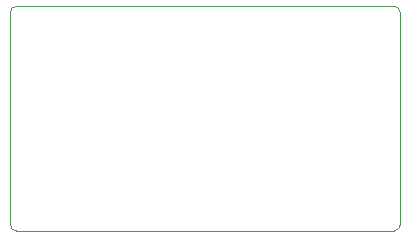
<source format=gbo>
G04 #@! TF.FileFunction,Legend,Bot*
%FSLAX46Y46*%
G04 Gerber Fmt 4.6, Leading zero omitted, Abs format (unit mm)*
G04 Created by KiCad (PCBNEW (2015-07-01 BZR 5850)-product) date Wed Jul 29 18:19:28 2015*
%MOMM*%
G01*
G04 APERTURE LIST*
%ADD10C,0.101600*%
%ADD11C,0.100000*%
%ADD12R,1.400000X2.100000*%
%ADD13O,1.400000X2.100000*%
G04 APERTURE END LIST*
D10*
D11*
X24500000Y-36000000D02*
G75*
G03X25000000Y-36500000I500000J0D01*
G01*
X57000000Y-36500000D02*
G75*
G03X57500000Y-36000000I0J500000D01*
G01*
X57500000Y-18000000D02*
G75*
G03X57000000Y-17500000I-500000J0D01*
G01*
X25000000Y-17500000D02*
G75*
G03X24500000Y-18000000I0J-500000D01*
G01*
X24500000Y-36000000D02*
X24500000Y-27000000D01*
X57000000Y-36500000D02*
X25000000Y-36500000D01*
X57500000Y-18000000D02*
X57500000Y-36000000D01*
X25000000Y-17500000D02*
X57000000Y-17500000D01*
X24500000Y-27000000D02*
X24500000Y-18000000D01*
%LPC*%
D12*
X27030000Y-34620000D03*
D13*
X29570000Y-34620000D03*
X32110000Y-34620000D03*
X34650000Y-34620000D03*
X37190000Y-34620000D03*
X39730000Y-34620000D03*
X42270000Y-34620000D03*
X44810000Y-34620000D03*
X47350000Y-34620000D03*
X49890000Y-34620000D03*
X52430000Y-34620000D03*
X54970000Y-34620000D03*
X54970000Y-19380000D03*
X52430000Y-19380000D03*
X49890000Y-19380000D03*
X47350000Y-19380000D03*
X44810000Y-19380000D03*
X42270000Y-19380000D03*
X39730000Y-19380000D03*
X37190000Y-19380000D03*
X34650000Y-19380000D03*
X32110000Y-19380000D03*
X29570000Y-19380000D03*
X27030000Y-19380000D03*
M02*

</source>
